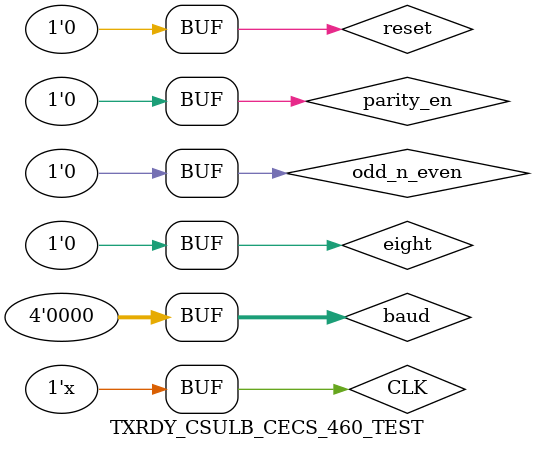
<source format=v>
`timescale 1ns / 1ps
module TXRDY_CSULB_CECS_460_TEST;

	// Inputs
	reg CLK;
	reg reset;
	reg [3:0] baud;
	reg eight;
	reg parity_en;
	reg odd_n_even;

	// Outputs
	wire [15:0] led;
	wire tx;

	// Instantiate the Unit Under Test (UUT)
	TXRDY_CSULB_CECS_460 uut (
		.CLK(CLK), 
		.reset(reset), 
		.baud(baud), 
		.eight(eight), 
		.parity_en(parity_en), 
		.odd_n_even(odd_n_even), 
		.led(led), 
		.tx(tx)
	);

always #5 CLK = ~CLK; 

	initial begin
		// Initialize Inputs
		CLK = 0;
		reset = 1;
		baud = 0;
		eight = 0;
		parity_en = 0;
		odd_n_even = 0;

		// Wait 100 ns for global reset to finish
		#100;
      reset = 0;
		// Add stimulus here

	end
      
endmodule


</source>
